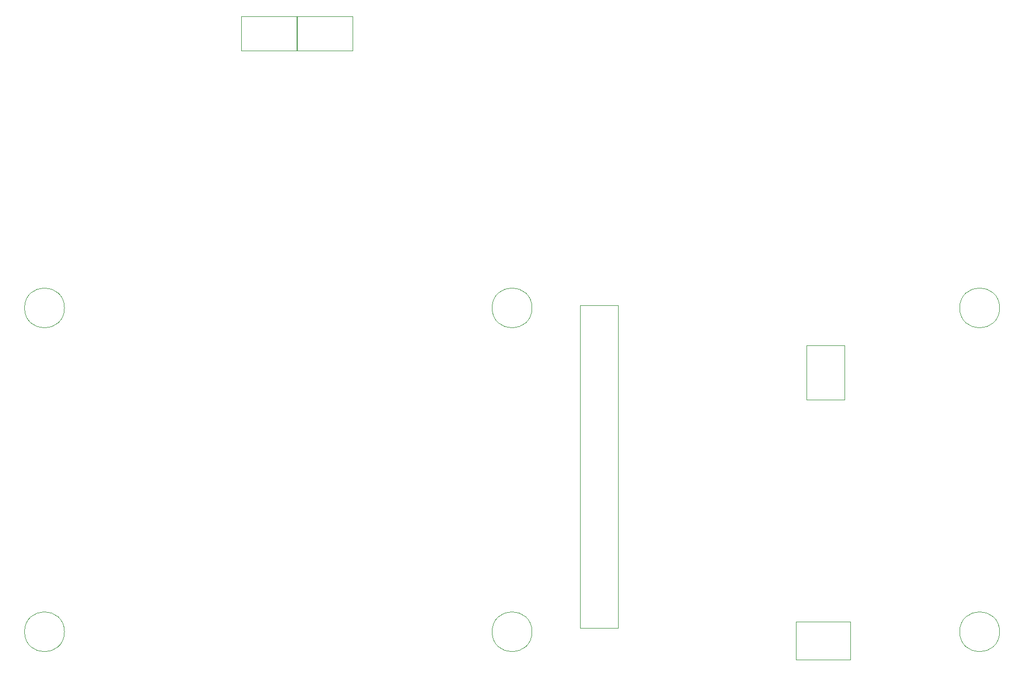
<source format=gbr>
%TF.GenerationSoftware,KiCad,Pcbnew,8.0.4+1*%
%TF.CreationDate,2024-10-16T16:42:29+00:00*%
%TF.ProjectId,pedalboard-hw,70656461-6c62-46f6-9172-642d68772e6b,4.0.0*%
%TF.SameCoordinates,Original*%
%TF.FileFunction,Other,User*%
%FSLAX46Y46*%
G04 Gerber Fmt 4.6, Leading zero omitted, Abs format (unit mm)*
G04 Created by KiCad (PCBNEW 8.0.4+1) date 2024-10-16 16:42:29*
%MOMM*%
%LPD*%
G01*
G04 APERTURE LIST*
%ADD10C,0.050000*%
G04 APERTURE END LIST*
D10*
%TO.C,H13*%
X33200000Y-119000000D02*
G75*
G02*
X26800000Y-119000000I-3200000J0D01*
G01*
X26800000Y-119000000D02*
G75*
G02*
X33200000Y-119000000I3200000J0D01*
G01*
%TO.C,H9*%
X108200000Y-67000000D02*
G75*
G02*
X101800000Y-67000000I-3200000J0D01*
G01*
X101800000Y-67000000D02*
G75*
G02*
X108200000Y-67000000I3200000J0D01*
G01*
%TO.C,H10*%
X33200000Y-67000000D02*
G75*
G02*
X26800000Y-67000000I-3200000J0D01*
G01*
X26800000Y-67000000D02*
G75*
G02*
X33200000Y-67000000I3200000J0D01*
G01*
%TO.C,H8*%
X183200000Y-67000000D02*
G75*
G02*
X176800000Y-67000000I-3200000J0D01*
G01*
X176800000Y-67000000D02*
G75*
G02*
X183200000Y-67000000I3200000J0D01*
G01*
%TO.C,H12*%
X108200000Y-119000000D02*
G75*
G02*
X101800000Y-119000000I-3200000J0D01*
G01*
X101800000Y-119000000D02*
G75*
G02*
X108200000Y-119000000I3200000J0D01*
G01*
%TO.C,J25*%
X70510000Y-20190000D02*
X70510000Y-25690000D01*
X70510000Y-25690000D02*
X79410000Y-25690000D01*
X79410000Y-20190000D02*
X70510000Y-20190000D01*
X79410000Y-25690000D02*
X79410000Y-20190000D01*
%TO.C,H11*%
X183200000Y-119000000D02*
G75*
G02*
X176800000Y-119000000I-3200000J0D01*
G01*
X176800000Y-119000000D02*
G75*
G02*
X183200000Y-119000000I3200000J0D01*
G01*
%TO.C,J27*%
X115910000Y-66575600D02*
X115910000Y-118375600D01*
X115910000Y-118375600D02*
X122010000Y-118375600D01*
X122010000Y-66575600D02*
X115910000Y-66575600D01*
X122010000Y-118375600D02*
X122010000Y-66575600D01*
X150580000Y-117390600D02*
X150580000Y-123490600D01*
X150580000Y-123490600D02*
X159230000Y-123490600D01*
X152215000Y-73045600D02*
X152215000Y-81695600D01*
X152215000Y-81695600D02*
X158315000Y-81695600D01*
X158315000Y-73045600D02*
X152215000Y-73045600D01*
X158315000Y-81695600D02*
X158315000Y-73045600D01*
X159230000Y-117390600D02*
X150580000Y-117390600D01*
X159230000Y-123490600D02*
X159230000Y-117390600D01*
%TO.C,J26*%
X61580000Y-20200000D02*
X61580000Y-25700000D01*
X61580000Y-25700000D02*
X70480000Y-25700000D01*
X70480000Y-20200000D02*
X61580000Y-20200000D01*
X70480000Y-25700000D02*
X70480000Y-20200000D01*
%TD*%
M02*

</source>
